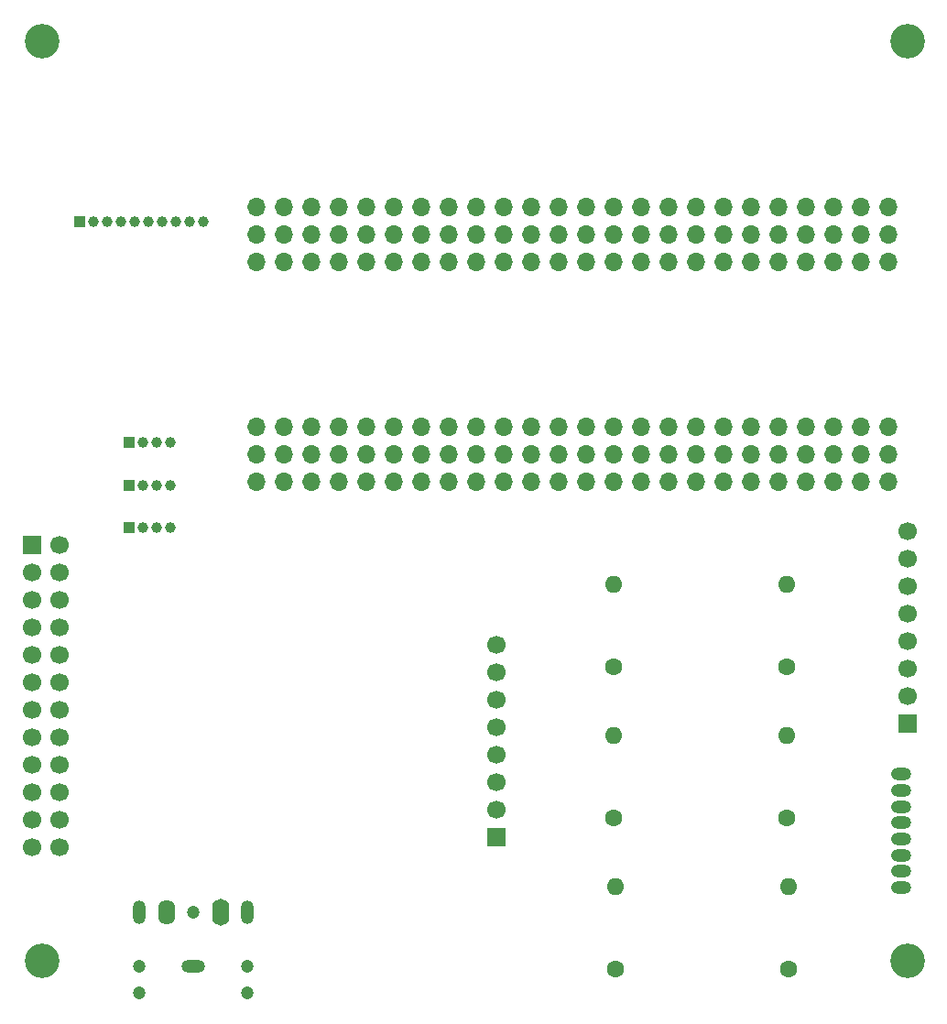
<source format=gbr>
%TF.GenerationSoftware,KiCad,Pcbnew,9.0.1*%
%TF.CreationDate,2025-05-25T21:46:02+01:00*%
%TF.ProjectId,body2,626f6479-322e-46b6-9963-61645f706362,rev?*%
%TF.SameCoordinates,Original*%
%TF.FileFunction,Soldermask,Bot*%
%TF.FilePolarity,Negative*%
%FSLAX46Y46*%
G04 Gerber Fmt 4.6, Leading zero omitted, Abs format (unit mm)*
G04 Created by KiCad (PCBNEW 9.0.1) date 2025-05-25 21:46:02*
%MOMM*%
%LPD*%
G01*
G04 APERTURE LIST*
%ADD10R,1.000000X1.000000*%
%ADD11C,1.000000*%
%ADD12C,3.200000*%
%ADD13C,1.600000*%
%ADD14O,1.600000X1.600000*%
%ADD15O,1.700000X1.700000*%
%ADD16C,1.200000*%
%ADD17O,1.200000X2.200000*%
%ADD18O,1.600000X2.300000*%
%ADD19O,2.200000X1.200000*%
%ADD20O,1.600000X2.500000*%
%ADD21R,1.700000X1.700000*%
%ADD22C,1.700000*%
%ADD23O,1.870000X1.170000*%
G04 APERTURE END LIST*
D10*
%TO.C,J10*%
X113100000Y-99975000D03*
D11*
X114370000Y-99975000D03*
X115640000Y-99975000D03*
X116910000Y-99975000D03*
%TD*%
D10*
%TO.C,J9*%
X113100000Y-96075000D03*
D11*
X114370000Y-96075000D03*
X115640000Y-96075000D03*
X116910000Y-96075000D03*
%TD*%
D12*
%TO.C,H3*%
X105000000Y-140000000D03*
%TD*%
D13*
%TO.C,R38*%
X173825000Y-126810000D03*
D14*
X173825000Y-119190000D03*
%TD*%
D13*
%TO.C,R52*%
X174000000Y-140810000D03*
D14*
X174000000Y-133190000D03*
%TD*%
D13*
%TO.C,R50*%
X158000000Y-140810000D03*
D14*
X158000000Y-133190000D03*
%TD*%
D12*
%TO.C,H1*%
X105000000Y-55000000D03*
%TD*%
D15*
%TO.C,U1*%
X183210000Y-75380000D03*
X183210000Y-72840000D03*
X183210000Y-70300000D03*
X180670000Y-75380000D03*
X180670000Y-72840000D03*
X180670000Y-70300000D03*
X178130000Y-75380000D03*
X178130000Y-72840000D03*
X178130000Y-70300000D03*
X175590000Y-75380000D03*
X175590000Y-72840000D03*
X175590000Y-70300000D03*
X173050000Y-75380000D03*
X173050000Y-72840000D03*
X173050000Y-70300000D03*
X170510000Y-75380000D03*
X170510000Y-72840000D03*
X170510000Y-70300000D03*
X167970000Y-75380000D03*
X167970000Y-72840000D03*
X167970000Y-70300000D03*
X165430000Y-75380000D03*
X165430000Y-72840000D03*
X165430000Y-70300000D03*
X162890000Y-75380000D03*
X162890000Y-72840000D03*
X162890000Y-70300000D03*
X160350000Y-75380000D03*
X160350000Y-72840000D03*
X160350000Y-70300000D03*
X157810000Y-75380000D03*
X157810000Y-72840000D03*
X157810000Y-70300000D03*
X155270000Y-75380000D03*
X155270000Y-72840000D03*
X155270000Y-70300000D03*
X152730000Y-75380000D03*
X152730000Y-72840000D03*
X152730000Y-70300000D03*
X150190000Y-75380000D03*
X150190000Y-72840000D03*
X150190000Y-70300000D03*
X147650000Y-75380000D03*
X147650000Y-72840000D03*
X147650000Y-70300000D03*
X145110000Y-75380000D03*
X145110000Y-72840000D03*
X145110000Y-70300000D03*
X142570000Y-75380000D03*
X142570000Y-72840000D03*
X142570000Y-70300000D03*
X140030000Y-75380000D03*
X140030000Y-72840000D03*
X140030000Y-70300000D03*
X137490000Y-75380000D03*
X137490000Y-72840000D03*
X137490000Y-70300000D03*
X134950000Y-75380000D03*
X134950000Y-72840000D03*
X134950000Y-70300000D03*
X132410000Y-75380000D03*
X132410000Y-72840000D03*
X132410000Y-70300000D03*
X129870000Y-75380000D03*
X129870000Y-72840000D03*
X129870000Y-70300000D03*
X127330000Y-75380000D03*
X127330000Y-72840000D03*
X127330000Y-70300000D03*
X124790000Y-75380000D03*
X124790000Y-72840000D03*
X124790000Y-70300000D03*
X124790000Y-95700000D03*
X124790000Y-93160000D03*
X124790000Y-90620000D03*
X127330000Y-95700000D03*
X127330000Y-93160000D03*
X127330000Y-90620000D03*
X129870000Y-95700000D03*
X129870000Y-93160000D03*
X129870000Y-90620000D03*
X132410000Y-95700000D03*
X132410000Y-93160000D03*
X132410000Y-90620000D03*
X134950000Y-95700000D03*
X134950000Y-93160000D03*
X134950000Y-90620000D03*
X137490000Y-95700000D03*
X137490000Y-93160000D03*
X137490000Y-90620000D03*
X140030000Y-95700000D03*
X140030000Y-93160000D03*
X140030000Y-90620000D03*
X142570000Y-95700000D03*
X142570000Y-93160000D03*
X142570000Y-90620000D03*
X145110000Y-95700000D03*
X145110000Y-93160000D03*
X145110000Y-90620000D03*
X147650000Y-95700000D03*
X147650000Y-93160000D03*
X147650000Y-90620000D03*
X150190000Y-95700000D03*
X150190000Y-93160000D03*
X150190000Y-90620000D03*
X152730000Y-95700000D03*
X152730000Y-93160000D03*
X152730000Y-90620000D03*
X155270000Y-95700000D03*
X155270000Y-93160000D03*
X155270000Y-90620000D03*
X157810000Y-95700000D03*
X157810000Y-93160000D03*
X157810000Y-90620000D03*
X160350000Y-95700000D03*
X160350000Y-93160000D03*
X160350000Y-90620000D03*
X162890000Y-95700000D03*
X162890000Y-93160000D03*
X162890000Y-90620000D03*
X165430000Y-95700000D03*
X165430000Y-93160000D03*
X165430000Y-90620000D03*
X167970000Y-95700000D03*
X167970000Y-93160000D03*
X167970000Y-90620000D03*
X170510000Y-95700000D03*
X170510000Y-93160000D03*
X170510000Y-90620000D03*
X173050000Y-95700000D03*
X173050000Y-93160000D03*
X173050000Y-90620000D03*
X175590000Y-95700000D03*
X175590000Y-93160000D03*
X175590000Y-90620000D03*
X178130000Y-95700000D03*
X178130000Y-93160000D03*
X178130000Y-90620000D03*
X180670000Y-95700000D03*
X180670000Y-93160000D03*
X180670000Y-90620000D03*
X183210000Y-95700000D03*
X183210000Y-93160000D03*
X183210000Y-90620000D03*
%TD*%
D10*
%TO.C,J8*%
X113100000Y-92075000D03*
D11*
X114370000Y-92075000D03*
X115640000Y-92075000D03*
X116910000Y-92075000D03*
%TD*%
D16*
%TO.C,J7*%
X114000000Y-140500000D03*
X114000000Y-143000000D03*
X119000000Y-135500000D03*
X124000000Y-140500000D03*
X124000000Y-143000000D03*
D17*
X114000000Y-135500000D03*
D18*
X116500000Y-135500000D03*
D19*
X119000000Y-140500000D03*
D17*
X124000000Y-135500000D03*
D20*
X121500000Y-135500000D03*
%TD*%
D10*
%TO.C,J3*%
X108517500Y-71725000D03*
D11*
X109787500Y-71725000D03*
X111057500Y-71725000D03*
X112327500Y-71725000D03*
X113597500Y-71725000D03*
X114867500Y-71725000D03*
X116137500Y-71725000D03*
X117407500Y-71725000D03*
X118677500Y-71725000D03*
X119947500Y-71725000D03*
%TD*%
D12*
%TO.C,H4*%
X185000000Y-140000000D03*
%TD*%
D13*
%TO.C,R24*%
X173825000Y-112810000D03*
D14*
X173825000Y-105190000D03*
%TD*%
D12*
%TO.C,H2*%
X185000000Y-55000000D03*
%TD*%
D13*
%TO.C,R22*%
X157825000Y-112810000D03*
D14*
X157825000Y-105190000D03*
%TD*%
D21*
%TO.C,J2*%
X104060000Y-101600000D03*
D22*
X106600000Y-101600000D03*
X104060000Y-104140000D03*
X106600000Y-104140000D03*
X104060000Y-106680000D03*
X106600000Y-106680000D03*
X104060000Y-109220000D03*
X106600000Y-109220000D03*
X104060000Y-111760000D03*
X106600000Y-111760000D03*
X104060000Y-114300000D03*
X106600000Y-114300000D03*
X104060000Y-116840000D03*
X106600000Y-116840000D03*
X104060000Y-119380000D03*
X106600000Y-119380000D03*
X104060000Y-121920000D03*
X106600000Y-121920000D03*
X104060000Y-124460000D03*
X106600000Y-124460000D03*
X104060000Y-127000000D03*
X106600000Y-127000000D03*
X104060000Y-129540000D03*
X106600000Y-129540000D03*
%TD*%
D13*
%TO.C,R36*%
X157825000Y-126810000D03*
D14*
X157825000Y-119190000D03*
%TD*%
D23*
%TO.C,J5*%
X184400000Y-133250000D03*
X184400000Y-131750000D03*
X184400000Y-130250000D03*
X184400000Y-128750000D03*
X184400000Y-127250000D03*
X184400000Y-125750000D03*
X184400000Y-124250000D03*
X184400000Y-122750000D03*
%TD*%
D21*
%TO.C,J4*%
X185000000Y-118080000D03*
D22*
X185000000Y-115540000D03*
X185000000Y-113000000D03*
X185000000Y-110460000D03*
X185000000Y-107920000D03*
X185000000Y-105380000D03*
X185000000Y-102840000D03*
X185000000Y-100300000D03*
%TD*%
D21*
%TO.C,J6*%
X147000000Y-128620000D03*
D22*
X147000000Y-126080000D03*
X147000000Y-123540000D03*
X147000000Y-121000000D03*
X147000000Y-118460000D03*
X147000000Y-115920000D03*
X147000000Y-113380000D03*
X147000000Y-110840000D03*
%TD*%
M02*

</source>
